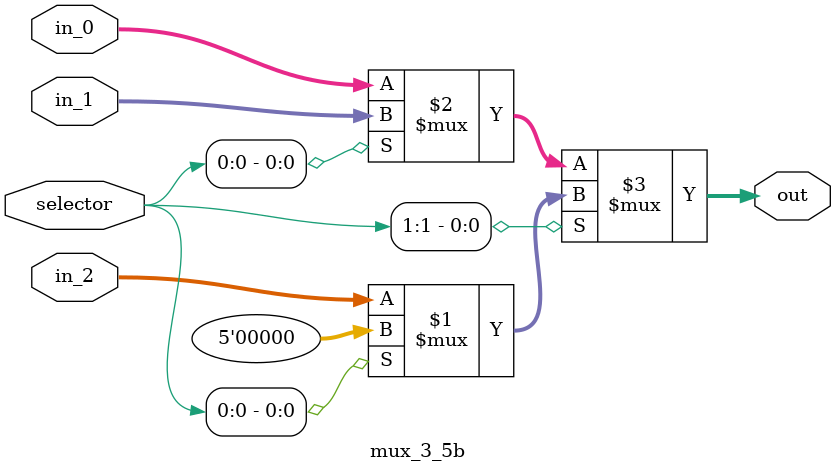
<source format=v>
module mux_3_5b(
    input wire [1:0] selector,
    input wire [4:0] in_0,
    input wire [4:0] in_1,
    input wire [4:0] in_2,
    output wire [4:0] out
);

    assign out = (selector[1] ? (selector[0] ? {5{1'b0}} : in_2) : (selector[0] ? in_1 : in_0));

endmodule

</source>
